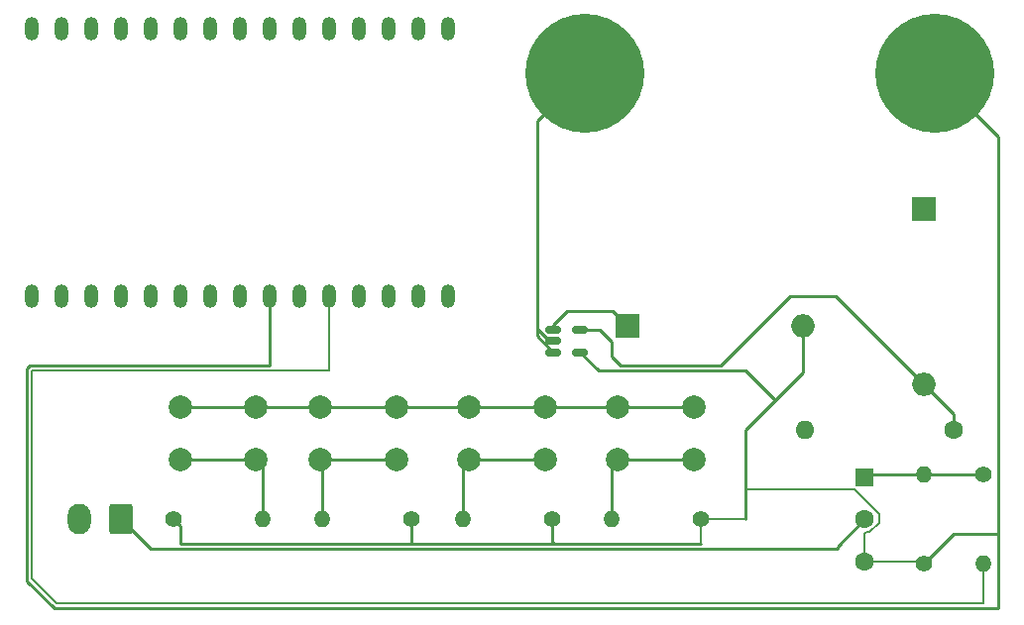
<source format=gbr>
%TF.GenerationSoftware,KiCad,Pcbnew,(6.0.7)*%
%TF.CreationDate,2023-01-15T16:16:41-05:00*%
%TF.ProjectId,timer,74696d65-722e-46b6-9963-61645f706362,rev?*%
%TF.SameCoordinates,Original*%
%TF.FileFunction,Copper,L1,Top*%
%TF.FilePolarity,Positive*%
%FSLAX46Y46*%
G04 Gerber Fmt 4.6, Leading zero omitted, Abs format (unit mm)*
G04 Created by KiCad (PCBNEW (6.0.7)) date 2023-01-15 16:16:41*
%MOMM*%
%LPD*%
G01*
G04 APERTURE LIST*
G04 Aperture macros list*
%AMRoundRect*
0 Rectangle with rounded corners*
0 $1 Rounding radius*
0 $2 $3 $4 $5 $6 $7 $8 $9 X,Y pos of 4 corners*
0 Add a 4 corners polygon primitive as box body*
4,1,4,$2,$3,$4,$5,$6,$7,$8,$9,$2,$3,0*
0 Add four circle primitives for the rounded corners*
1,1,$1+$1,$2,$3*
1,1,$1+$1,$4,$5*
1,1,$1+$1,$6,$7*
1,1,$1+$1,$8,$9*
0 Add four rect primitives between the rounded corners*
20,1,$1+$1,$2,$3,$4,$5,0*
20,1,$1+$1,$4,$5,$6,$7,0*
20,1,$1+$1,$6,$7,$8,$9,0*
20,1,$1+$1,$8,$9,$2,$3,0*%
G04 Aperture macros list end*
%TA.AperFunction,ComponentPad*%
%ADD10RoundRect,0.250000X0.750000X1.050000X-0.750000X1.050000X-0.750000X-1.050000X0.750000X-1.050000X0*%
%TD*%
%TA.AperFunction,ComponentPad*%
%ADD11O,2.000000X2.600000*%
%TD*%
%TA.AperFunction,ComponentPad*%
%ADD12O,1.200000X2.000000*%
%TD*%
%TA.AperFunction,ComponentPad*%
%ADD13C,2.000000*%
%TD*%
%TA.AperFunction,SMDPad,CuDef*%
%ADD14RoundRect,0.150000X-0.512500X-0.150000X0.512500X-0.150000X0.512500X0.150000X-0.512500X0.150000X0*%
%TD*%
%TA.AperFunction,ComponentPad*%
%ADD15C,1.600000*%
%TD*%
%TA.AperFunction,ComponentPad*%
%ADD16O,1.600000X1.600000*%
%TD*%
%TA.AperFunction,ComponentPad*%
%ADD17R,2.000000X2.000000*%
%TD*%
%TA.AperFunction,ComponentPad*%
%ADD18O,2.000000X2.000000*%
%TD*%
%TA.AperFunction,ComponentPad*%
%ADD19C,10.160000*%
%TD*%
%TA.AperFunction,ComponentPad*%
%ADD20O,1.400000X1.400000*%
%TD*%
%TA.AperFunction,ComponentPad*%
%ADD21C,1.400000*%
%TD*%
%TA.AperFunction,ComponentPad*%
%ADD22RoundRect,0.250000X-0.550000X0.550000X-0.550000X-0.550000X0.550000X-0.550000X0.550000X0.550000X0*%
%TD*%
%TA.AperFunction,Conductor*%
%ADD23C,0.250000*%
%TD*%
%TA.AperFunction,Conductor*%
%ADD24C,0.200000*%
%TD*%
G04 APERTURE END LIST*
D10*
%TO.P,LS1,1,1*%
%TO.N,Net-(LS1-Pad1)*%
X130480000Y-102540000D03*
D11*
%TO.P,LS1,2,2*%
%TO.N,Net-(BT1-Pad1)*%
X126980000Y-102540000D03*
%TD*%
D12*
%TO.P,v1,30,D0*%
%TO.N,Net-(R5-Pad2)*%
X158420000Y-83490000D03*
%TO.P,v1,29,D1*%
%TO.N,Net-(R3-Pad2)*%
X155880000Y-83490000D03*
%TO.P,v1,28,D2*%
%TO.N,Net-(R2-Pad2)*%
X153340000Y-83490000D03*
%TO.P,v1,27,D3*%
%TO.N,Net-(R1-Pad2)*%
X150800000Y-83490000D03*
%TO.P,v1,26,D4*%
%TO.N,Net-(R6-Pad2)*%
X148260000Y-83490000D03*
%TO.P,v1,25,3V3*%
%TO.N,Net-(SW1-Pad1)*%
X145720000Y-83490000D03*
%TO.P,v1,24,GND*%
%TO.N,Net-(BT1-Pad2)*%
X143180000Y-83490000D03*
%TO.P,v1,23,D5*%
%TO.N,unconnected-(v1-Pad23)*%
X140640000Y-83490000D03*
%TO.P,v1,22,D6*%
%TO.N,unconnected-(v1-Pad22)*%
X138100000Y-83490000D03*
%TO.P,v1,21,D7*%
%TO.N,unconnected-(v1-Pad21)*%
X135560000Y-83490000D03*
%TO.P,v1,20,D8*%
%TO.N,unconnected-(v1-Pad20)*%
X133020000Y-83490000D03*
%TO.P,v1,19,RX*%
%TO.N,unconnected-(v1-Pad19)*%
X130480000Y-83490000D03*
%TO.P,v1,18,TX*%
%TO.N,unconnected-(v1-Pad18)*%
X127940000Y-83490000D03*
%TO.P,v1,17,GND*%
%TO.N,unconnected-(v1-Pad17)*%
X125400000Y-83490000D03*
%TO.P,v1,16,3V3*%
%TO.N,unconnected-(v1-Pad16)*%
X122860000Y-83490000D03*
%TO.P,v1,15,VIN*%
%TO.N,unconnected-(v1-Pad15)*%
X122860000Y-60630000D03*
%TO.P,v1,14,GND*%
%TO.N,unconnected-(v1-Pad14)*%
X125400000Y-60630000D03*
%TO.P,v1,13,RST*%
%TO.N,unconnected-(v1-Pad13)*%
X127940000Y-60630000D03*
%TO.P,v1,12,EN*%
%TO.N,unconnected-(v1-Pad12)*%
X130480000Y-60630000D03*
%TO.P,v1,11,3V3*%
%TO.N,unconnected-(v1-Pad11)*%
X133020000Y-60630000D03*
%TO.P,v1,10,GND*%
%TO.N,unconnected-(v1-Pad10)*%
X135560000Y-60630000D03*
%TO.P,v1,9,SK*%
%TO.N,unconnected-(v1-Pad9)*%
X138100000Y-60630000D03*
%TO.P,v1,8,SO*%
%TO.N,unconnected-(v1-Pad8)*%
X140640000Y-60630000D03*
%TO.P,v1,7,SC*%
%TO.N,unconnected-(v1-Pad7)*%
X143180000Y-60630000D03*
%TO.P,v1,6,S1*%
%TO.N,unconnected-(v1-Pad6)*%
X145720000Y-60630000D03*
%TO.P,v1,5,S2*%
%TO.N,unconnected-(v1-Pad5)*%
X148260000Y-60630000D03*
%TO.P,v1,4,S3*%
%TO.N,unconnected-(v1-Pad4)*%
X150800000Y-60630000D03*
%TO.P,v1,3,VV*%
%TO.N,unconnected-(v1-Pad3)*%
X153340000Y-60630000D03*
%TO.P,v1,2,GND*%
%TO.N,unconnected-(v1-Pad2)*%
X155880000Y-60630000D03*
%TO.P,v1,1,A0*%
%TO.N,unconnected-(v1-Pad1)*%
X158420000Y-60630000D03*
%TD*%
D13*
%TO.P,SW2,2,2*%
%TO.N,Net-(R2-Pad2)*%
X154050000Y-97460000D03*
X147550000Y-97460000D03*
%TO.P,SW2,1,1*%
%TO.N,Net-(SW1-Pad1)*%
X154050000Y-92960000D03*
X147550000Y-92960000D03*
%TD*%
%TO.P,SW1,2,2*%
%TO.N,Net-(R1-Pad2)*%
X142060000Y-97460000D03*
X135560000Y-97460000D03*
%TO.P,SW1,1,1*%
%TO.N,Net-(SW1-Pad1)*%
X135560000Y-92960000D03*
X142060000Y-92960000D03*
%TD*%
D14*
%TO.P,U1,6,BST*%
%TO.N,Net-(U1-Pad6)*%
X169717500Y-86350000D03*
%TO.P,U1,4,GND*%
%TO.N,Net-(BT1-Pad2)*%
X169717500Y-88250000D03*
%TO.P,U1,3,IN*%
%TO.N,Net-(BT1-Pad1)*%
X167442500Y-88250000D03*
%TO.P,U1,2,EN*%
X167442500Y-87300000D03*
%TO.P,U1,1,FB*%
%TO.N,Net-(U1-Pad1)*%
X167442500Y-86350000D03*
%TD*%
D15*
%TO.P,L1,1,1*%
%TO.N,Net-(U1-Pad6)*%
X201600000Y-94920000D03*
D16*
%TO.P,L1,2,2*%
%TO.N,Net-(U1-Pad1)*%
X188900000Y-94920000D03*
%TD*%
D17*
%TO.P,C2,1*%
%TO.N,Net-(U1-Pad1)*%
X173780000Y-86030000D03*
D18*
%TO.P,C2,2*%
%TO.N,Net-(BT1-Pad2)*%
X188780000Y-86030000D03*
%TD*%
%TO.P,C1,2*%
%TO.N,Net-(U1-Pad6)*%
X199060000Y-90990000D03*
D17*
%TO.P,C1,1*%
%TO.N,Net-(U1-Pad5)*%
X199060000Y-75990000D03*
%TD*%
D19*
%TO.P,BT1,1,+*%
%TO.N,Net-(BT1-Pad1)*%
X170090000Y-64440000D03*
%TO.P,BT1,2,-*%
%TO.N,Net-(BT1-Pad2)*%
X200060000Y-64440000D03*
%TD*%
D20*
%TO.P,R6,2*%
%TO.N,Net-(R6-Pad2)*%
X204140000Y-106350000D03*
D21*
%TO.P,R6,1*%
%TO.N,Net-(Q1-Pad1)*%
X204140000Y-98730000D03*
%TD*%
D20*
%TO.P,R4,2*%
%TO.N,Net-(Q1-Pad1)*%
X199060000Y-98730000D03*
D21*
%TO.P,R4,1*%
%TO.N,Net-(BT1-Pad2)*%
X199060000Y-106350000D03*
%TD*%
D20*
%TO.P,R3,2*%
%TO.N,Net-(R3-Pad2)*%
X159690000Y-102540000D03*
D21*
%TO.P,R3,1*%
%TO.N,Net-(BT1-Pad2)*%
X167310000Y-102540000D03*
%TD*%
D13*
%TO.P,SW3,1,1*%
%TO.N,Net-(R3-Pad2)*%
X166750000Y-97460000D03*
X160250000Y-97460000D03*
%TO.P,SW3,2,2*%
%TO.N,Net-(SW1-Pad1)*%
X166750000Y-92960000D03*
X160250000Y-92960000D03*
%TD*%
D15*
%TO.P,Q1,3,S*%
%TO.N,Net-(BT1-Pad2)*%
X193980000Y-106140000D03*
%TO.P,Q1,2,D*%
%TO.N,Net-(LS1-Pad1)*%
X193980000Y-102540000D03*
D22*
%TO.P,Q1,1,G*%
%TO.N,Net-(Q1-Pad1)*%
X193980000Y-98940000D03*
%TD*%
D13*
%TO.P,SW4,1,1*%
%TO.N,Net-(R5-Pad2)*%
X172950000Y-97460000D03*
X179450000Y-97460000D03*
%TO.P,SW4,2,2*%
%TO.N,Net-(SW1-Pad1)*%
X179450000Y-92960000D03*
X172950000Y-92960000D03*
%TD*%
D21*
%TO.P,R1,1*%
%TO.N,Net-(BT1-Pad2)*%
X135000000Y-102540000D03*
D20*
%TO.P,R1,2*%
%TO.N,Net-(R1-Pad2)*%
X142620000Y-102540000D03*
%TD*%
D21*
%TO.P,R2,1*%
%TO.N,Net-(BT1-Pad2)*%
X155320000Y-102540000D03*
D20*
%TO.P,R2,2*%
%TO.N,Net-(R2-Pad2)*%
X147700000Y-102540000D03*
%TD*%
D21*
%TO.P,R5,1*%
%TO.N,Net-(BT1-Pad2)*%
X180010000Y-102540000D03*
D20*
%TO.P,R5,2*%
%TO.N,Net-(R5-Pad2)*%
X172390000Y-102540000D03*
%TD*%
D23*
%TO.N,Net-(BT1-Pad2)*%
X205410000Y-103810000D02*
X201600000Y-103810000D01*
X205410000Y-69790000D02*
X205410000Y-103810000D01*
X201600000Y-103810000D02*
X199060000Y-106350000D01*
X205410000Y-69790000D02*
X200060000Y-64440000D01*
X205410000Y-110160000D02*
X205410000Y-103810000D01*
%TO.N,Net-(U1-Pad6)*%
X181730000Y-89390000D02*
X187630000Y-83490000D01*
X187630000Y-83490000D02*
X191560000Y-83490000D01*
X173220000Y-89390000D02*
X181730000Y-89390000D01*
X191560000Y-83490000D02*
X199060000Y-90990000D01*
X172455000Y-88625000D02*
X173220000Y-89390000D01*
X169717500Y-86350000D02*
X171440000Y-86350000D01*
X171440000Y-86350000D02*
X172455000Y-87365000D01*
X172455000Y-87365000D02*
X172455000Y-88625000D01*
%TO.N,Net-(BT1-Pad2)*%
X188780000Y-89960000D02*
X188780000Y-86030000D01*
X186360000Y-92380000D02*
X188780000Y-89960000D01*
%TO.N,Net-(U1-Pad1)*%
X172510000Y-84760000D02*
X173780000Y-86030000D01*
X168580000Y-84760000D02*
X172510000Y-84760000D01*
%TO.N,Net-(BT1-Pad1)*%
X166040000Y-68490000D02*
X166040000Y-86281751D01*
X170090000Y-64440000D02*
X166040000Y-68490000D01*
%TO.N,Net-(BT1-Pad2)*%
X124798959Y-110160000D02*
X205410000Y-110160000D01*
X122435000Y-107796041D02*
X124798959Y-110160000D01*
X122435000Y-89663959D02*
X122435000Y-107796041D01*
X122683959Y-89415000D02*
X122435000Y-89663959D01*
X143180000Y-89415000D02*
X122683959Y-89415000D01*
X143180000Y-83490000D02*
X143180000Y-89415000D01*
%TO.N,Net-(U1-Pad1)*%
X167442500Y-85897500D02*
X167442500Y-86350000D01*
X168580000Y-84760000D02*
X167442500Y-85897500D01*
D24*
%TO.N,Net-(BT1-Pad2)*%
X193162183Y-100000000D02*
X183820000Y-100000000D01*
X194435635Y-103640000D02*
X195250000Y-102825635D01*
X195250000Y-102087817D02*
X193162183Y-100000000D01*
X194150000Y-103640000D02*
X194435635Y-103640000D01*
X195250000Y-102825635D02*
X195250000Y-102087817D01*
X193980000Y-106140000D02*
X193980000Y-103810000D01*
X193980000Y-103810000D02*
X194150000Y-103640000D01*
D23*
X183820000Y-94920000D02*
X183820000Y-102540000D01*
X186360000Y-92380000D02*
X183820000Y-94920000D01*
D24*
X183820000Y-102540000D02*
X180010000Y-102540000D01*
X180010000Y-102540000D02*
X180010000Y-104630000D01*
D23*
X169400000Y-104630000D02*
X180010000Y-104630000D01*
X135560000Y-104630000D02*
X155430000Y-104630000D01*
X135560000Y-103100000D02*
X135560000Y-104630000D01*
X135000000Y-102540000D02*
X135560000Y-103100000D01*
X155320000Y-104520000D02*
X155430000Y-104630000D01*
X155320000Y-102540000D02*
X155320000Y-104520000D01*
X155430000Y-104630000D02*
X169400000Y-104630000D01*
X167495000Y-104630000D02*
X169400000Y-104630000D01*
X167310000Y-104445000D02*
X167495000Y-104630000D01*
X167310000Y-102540000D02*
X167310000Y-104445000D01*
X171307500Y-89840000D02*
X169717500Y-88250000D01*
X183820000Y-89840000D02*
X171307500Y-89840000D01*
X186360000Y-92380000D02*
X183820000Y-89840000D01*
%TO.N,Net-(U1-Pad6)*%
X201600000Y-94920000D02*
X201600000Y-93530000D01*
X201600000Y-93530000D02*
X199060000Y-90990000D01*
%TO.N,Net-(BT1-Pad1)*%
X166040000Y-86847500D02*
X166040000Y-86281751D01*
X167442500Y-88250000D02*
X166040000Y-86847500D01*
X166040000Y-86281751D02*
X167058249Y-87300000D01*
X167058249Y-87300000D02*
X167442500Y-87300000D01*
D24*
%TO.N,Net-(R6-Pad2)*%
X204140000Y-109735000D02*
X204140000Y-106350000D01*
X124974999Y-109735000D02*
X204140000Y-109735000D01*
X122860000Y-107620001D02*
X124974999Y-109735000D01*
X122860000Y-89840000D02*
X122860000Y-107620001D01*
X148260000Y-89840000D02*
X122860000Y-89840000D01*
X148260000Y-83490000D02*
X148260000Y-89840000D01*
D23*
%TO.N,Net-(LS1-Pad1)*%
X191685000Y-104835000D02*
X193980000Y-102540000D01*
X191685000Y-105080000D02*
X191685000Y-104835000D01*
X130480000Y-102540000D02*
X133020000Y-105080000D01*
X133020000Y-105080000D02*
X191685000Y-105080000D01*
%TO.N,Net-(SW1-Pad1)*%
X179450000Y-92960000D02*
X135560000Y-92960000D01*
%TO.N,Net-(R1-Pad2)*%
X142060000Y-97460000D02*
X135560000Y-97460000D01*
%TO.N,Net-(R2-Pad2)*%
X154050000Y-97460000D02*
X147550000Y-97460000D01*
%TO.N,Net-(R3-Pad2)*%
X166750000Y-97460000D02*
X160250000Y-97460000D01*
%TO.N,Net-(R5-Pad2)*%
X172950000Y-97460000D02*
X179450000Y-97460000D01*
X172390000Y-98020000D02*
X172950000Y-97460000D01*
X172390000Y-102540000D02*
X172390000Y-98020000D01*
%TO.N,Net-(R3-Pad2)*%
X159690000Y-98020000D02*
X160250000Y-97460000D01*
X159690000Y-102540000D02*
X159690000Y-98020000D01*
%TO.N,Net-(R2-Pad2)*%
X147700000Y-97610000D02*
X147550000Y-97460000D01*
X147700000Y-102540000D02*
X147700000Y-97610000D01*
%TO.N,Net-(R1-Pad2)*%
X142620000Y-98020000D02*
X142060000Y-97460000D01*
X142620000Y-102540000D02*
X142620000Y-98020000D01*
%TO.N,Net-(Q1-Pad1)*%
X194190000Y-98730000D02*
X193980000Y-98940000D01*
X204140000Y-98730000D02*
X194190000Y-98730000D01*
D24*
%TO.N,Net-(BT1-Pad2)*%
X193980000Y-106140000D02*
X198850000Y-106140000D01*
X198850000Y-106140000D02*
X199060000Y-106350000D01*
%TD*%
M02*

</source>
